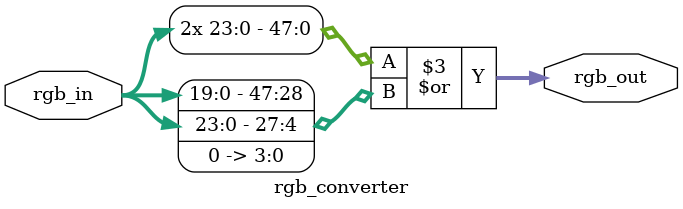
<source format=v>
module rgb_converter (
  input [23:0] rgb_in,
  output reg [47:0] rgb_out
);

always @*
begin
  rgb_out = {rgb_in, rgb_in} | {rgb_in, rgb_in} << 4;
end

endmodule

</source>
